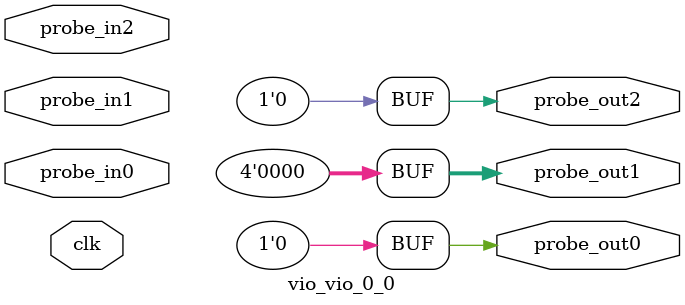
<source format=v>
`timescale 1ns / 1ps
module vio_vio_0_0 (
clk,
probe_in0,probe_in1,probe_in2,
probe_out0,
probe_out1,
probe_out2
);

input clk;
input [3 : 0] probe_in0;
input [3 : 0] probe_in1;
input [3 : 0] probe_in2;

output reg [0 : 0] probe_out0 = 'h0 ;
output reg [3 : 0] probe_out1 = 'h0 ;
output reg [0 : 0] probe_out2 = 'h0 ;


endmodule

</source>
